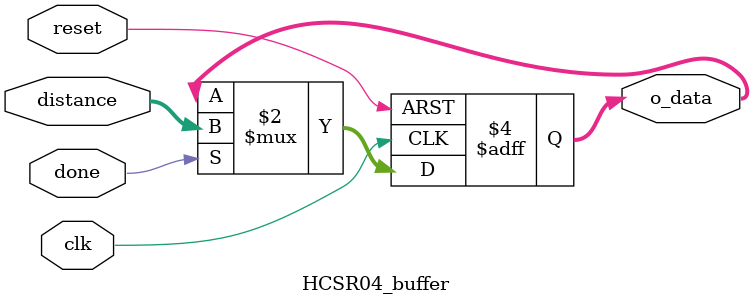
<source format=sv>
`timescale 1ns / 1ps

module GP_HCSR04 #(parameter MAX_COUNT = 100_000_000) (
    // global signal
    input  logic        PCLK,
    input  logic        PRESET,
    // APB Interface Signals
    input  logic [ 3:0] PADDR,
    input  logic [31:0] PWDATA,
    input  logic        PWRITE,
    input  logic        PENABLE,
    input  logic        PSEL,
    output logic [31:0] PRDATA,
    output logic        PREADY,
    // inport signals
    input  logic        echo_data,
    output logic        echo_start
);
    logic [15:0] distance;

    APB_HCSR04Intf U_APB_Intf_GPIO (.*);

    tick_generator #(
        .MAX_COUNT(MAX_COUNT)
    ) u_tick_generator (
        .PCLK  (PCLK),
        .PRESET(PRESET),
        .tick  (start_trigger)
    );

    HC_SR04_module u_HC_SR04_module (
        .clk          (PCLK),
        .reset        (PRESET),
        .start_trigger(start_trigger),
        .data         (echo_data),
        .start_tick   (echo_start),
        .o_data       (distance),
        .done         (done)
    );

endmodule

module APB_HCSR04Intf (
    // global signal
    input  logic        PCLK,
    input  logic        PRESET,
    // APB Interface Signals
    input  logic [ 3:0] PADDR,
    input  logic [31:0] PWDATA,
    input  logic        PWRITE,
    input  logic        PENABLE,
    input  logic        PSEL,
    output logic [31:0] PRDATA,
    output logic        PREADY,
    // internal signals
    input  logic [15:0] distance
);
    logic [31:0] slv_reg0;  // ,slv_reg3;

    assign slv_reg0 = distance;

    always_ff @(posedge PCLK, posedge PRESET) begin
        if (PRESET) begin
            slv_reg0 <= 0;
        end else begin
            if (PSEL && PENABLE) begin
                PREADY <= 1'b1;
                if (~PWRITE) begin
                    PRDATA <= 32'bx;
                    case (PADDR[3:2])
                        2'd0: PRDATA <= slv_reg0;
                        default: ;
                    endcase
                end
            end else begin
                PREADY <= 1'b0;
            end
        end
    end

endmodule

module HCSR04_buffer (
    input  logic        clk,
    input  logic        reset,
    input  logic        done,
    input  logic [15:0] distance,
    output logic [15:0] o_data
);
    always_ff @(posedge clk, posedge reset) begin : BUFFER
        if (reset) o_data <= 0;
        else if (done) o_data <= distance;
    end
endmodule

</source>
